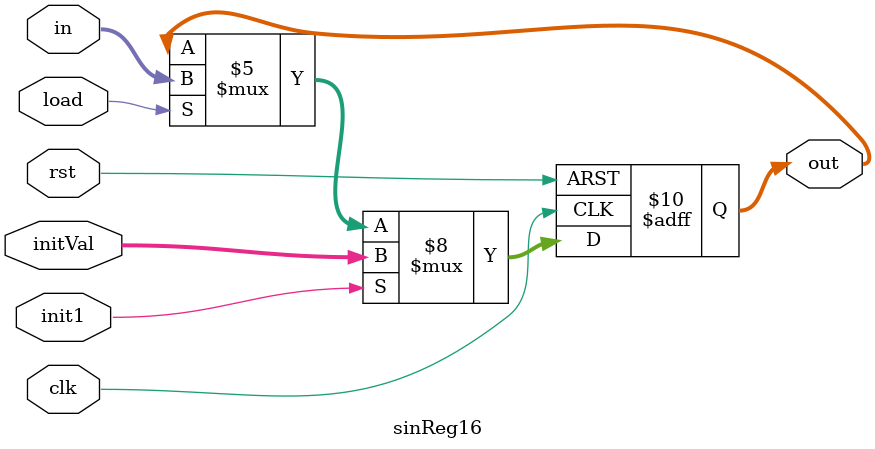
<source format=v>
module sinReg16 (input clk, rst, init1, load, input [15:0] initVal, 
  input [15:0] in, output reg [15:0] out);
  always @ (posedge clk, posedge rst) begin
    if (rst == 1)
      out <= 0;
    else begin
      if (init1 == 1)
        out <= initVal;
      else begin
        if (load == 1)
          out <= in;
      end
    end
  end
endmodule


</source>
